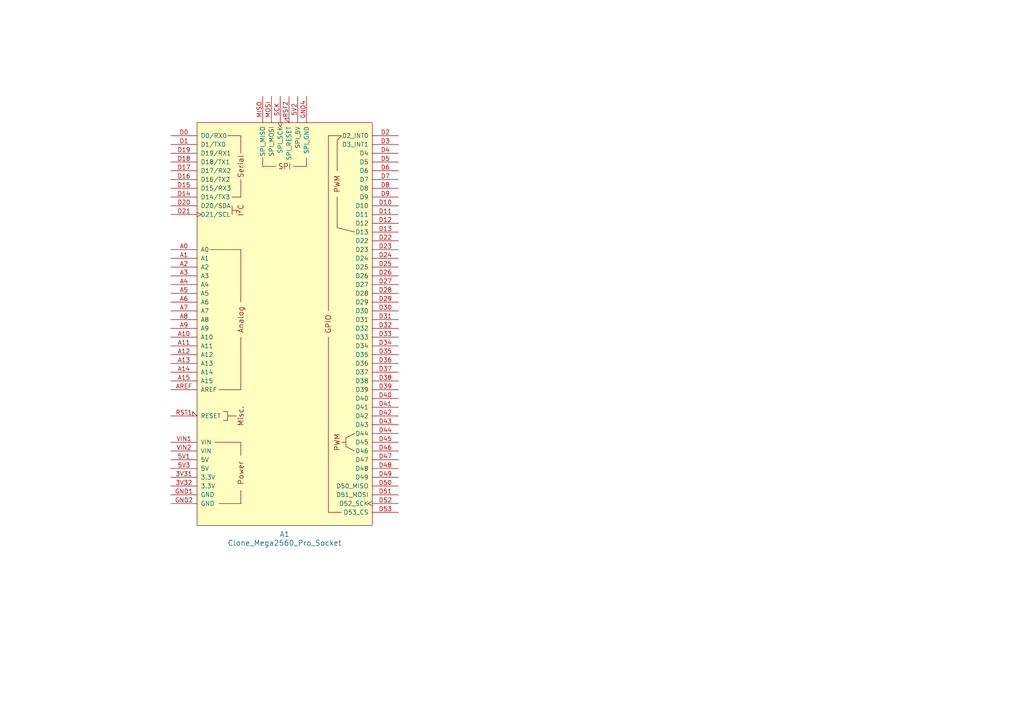
<source format=kicad_sch>
(kicad_sch (version 20250114) (generator "eeschema") (generator_version "9.0")
  (paper "A4")
  (lib_symbols
    (symbol "PCM_arduino-library:Clone_Mega2560_Pro_Socket" (pin_names (offset 1.016))
      (property "Reference" "A" (at 0 -62.23 0))
      (property "Value" "Clone_Mega2560_Pro_Socket" (at 0 -66.04 0))
      (symbol "Clone_Mega2560_Pro_Socket_0_0"
        (rectangle (start -25.4 -58.42) (end 25.4 58.42) (fill (type background)))
        (polyline (pts (xy -21.59 21.59) (xy -12.7 21.59)))
        (rectangle (start -20.32 -34.29) (end -12.7 -34.29))
        (rectangle (start -19.05 -19.05) (end -12.7 -19.05))
        (rectangle (start -19.05 -52.07) (end -12.7 -52.07))
        (rectangle (start -17.78 -25.4) (end -16.51 -25.4))
        (rectangle (start -17.78 -27.94) (end -16.51 -27.94))
        (rectangle (start -16.51 54.61) (end -12.7 54.61))
        (rectangle (start -16.51 -25.4) (end -16.51 -27.94))
        (rectangle (start -16.51 -26.67) (end -13.97 -26.67))
        (rectangle (start -15.24 36.83) (end -12.7 36.83))
        (rectangle (start -15.24 34.29) (end -15.24 31.75))
        (rectangle (start -15.24 33.02) (end -13.97 33.02))
        (rectangle (start -12.7 49.53) (end -12.7 54.61))
        (rectangle (start -12.7 41.91) (end -12.7 36.83))
        (polyline (pts (xy -12.7 6.35) (xy -12.7 21.59)))
        (polyline (pts (xy -12.7 -19.05) (xy -12.7 -3.81)))
        (rectangle (start -12.7 -34.29) (end -12.7 -38.1))
        (rectangle (start -12.7 -48.26) (end -12.7 -52.07))
        (rectangle (start -6.35 48.26) (end -6.35 45.72))
        (rectangle (start -2.54 45.72) (end -6.35 45.72))
        (rectangle (start 6.35 48.26) (end 6.35 45.72))
        (rectangle (start 6.35 45.72) (end 2.54 45.72))
        (polyline (pts (xy 12.7 54.61) (xy 16.51 54.61)))
        (polyline (pts (xy 12.7 -54.61) (xy 16.51 -54.61)))
        (polyline (pts (xy 15.24 44.45) (xy 15.24 53.34) (xy 16.51 54.61)))
        (polyline (pts (xy 15.24 36.83) (xy 15.24 27.94) (xy 20.32 26.67)))
        (polyline (pts (xy 17.78 -34.29) (xy 16.51 -34.29)))
        (polyline (pts (xy 20.32 -31.75) (xy 17.78 -33.02) (xy 17.78 -35.56) (xy 20.32 -36.83)))
        (text "Serial" (at -12.7 45.72 900) (effects (font (size 1.524 1.524))))
        (text "I²C" (at -12.7 33.02 900) (effects (font (size 1.524 1.524))))
        (text "Analog" (at -12.7 1.27 900) (effects (font (size 1.524 1.524))))
        (text "Misc." (at -12.7 -26.67 900) (effects (font (size 1.524 1.524))))
        (text "Power" (at -12.7 -43.18 900) (effects (font (size 1.524 1.524))))
        (text "SPI" (at 0 45.72 0) (effects (font (size 1.524 1.524))))
        (text "PWM" (at 15.24 40.64 900) (effects (font (size 1.524 1.524))))
        (text "PWM" (at 15.24 -34.29 900) (effects (font (size 1.524 1.524))))
      )
      (symbol "Clone_Mega2560_Pro_Socket_1_0"
        (rectangle (start 12.7 54.61) (end 12.7 3.81))
        (rectangle (start 12.7 -54.61) (end 12.7 -3.81))
        (text "GPIO" (at 12.7 0 900) (effects (font (size 1.524 1.524))))
      )
      (symbol "Clone_Mega2560_Pro_Socket_1_1"
        (pin bidirectional line (at -33.02 54.61 0) (length 7.62) (name "D0/RX0") (number "D0"))
        (pin bidirectional line (at -33.02 52.07 0) (length 7.62) (name "D1/TX0") (number "D1"))
        (pin bidirectional line (at -33.02 49.53 0) (length 7.62) (name "D19/RX1") (number "D19"))
        (pin bidirectional line (at -33.02 46.99 0) (length 7.62) (name "D18/TX1") (number "D18"))
        (pin bidirectional line (at -33.02 44.45 0) (length 7.62) (name "D17/RX2") (number "D17"))
        (pin bidirectional line (at -33.02 41.91 0) (length 7.62) (name "D16/TX2") (number "D16"))
        (pin bidirectional line (at -33.02 39.37 0) (length 7.62) (name "D15/RX3") (number "D15"))
        (pin bidirectional line (at -33.02 36.83 0) (length 7.62) (name "D14/TX3") (number "D14"))
        (pin bidirectional line (at -33.02 34.29 0) (length 7.62) (name "D20/SDA") (number "D20"))
        (pin bidirectional clock (at -33.02 31.75 0) (length 7.62) (name "D21/SCL") (number "D21"))
        (pin bidirectional line (at -33.02 21.59 0) (length 7.62) (name "A0") (number "A0"))
        (pin bidirectional line (at -33.02 19.05 0) (length 7.62) (name "A1") (number "A1"))
        (pin bidirectional line (at -33.02 16.51 0) (length 7.62) (name "A2") (number "A2"))
        (pin bidirectional line (at -33.02 13.97 0) (length 7.62) (name "A3") (number "A3"))
        (pin bidirectional line (at -33.02 11.43 0) (length 7.62) (name "A4") (number "A4"))
        (pin bidirectional line (at -33.02 8.89 0) (length 7.62) (name "A5") (number "A5"))
        (pin bidirectional line (at -33.02 6.35 0) (length 7.62) (name "A6") (number "A6"))
        (pin bidirectional line (at -33.02 3.81 0) (length 7.62) (name "A7") (number "A7"))
        (pin bidirectional line (at -33.02 1.27 0) (length 7.62) (name "A8") (number "A8"))
        (pin bidirectional line (at -33.02 -1.27 0) (length 7.62) (name "A9") (number "A9"))
        (pin bidirectional line (at -33.02 -3.81 0) (length 7.62) (name "A10") (number "A10"))
        (pin bidirectional line (at -33.02 -6.35 0) (length 7.62) (name "A11") (number "A11"))
        (pin bidirectional line (at -33.02 -8.89 0) (length 7.62) (name "A12") (number "A12"))
        (pin bidirectional line (at -33.02 -11.43 0) (length 7.62) (name "A13") (number "A13"))
        (pin bidirectional line (at -33.02 -13.97 0) (length 7.62) (name "A14") (number "A14"))
        (pin bidirectional line (at -33.02 -16.51 0) (length 7.62) (name "A15") (number "A15"))
        (pin input line (at -33.02 -19.05 0) (length 7.62) (name "AREF") (number "AREF"))
        (pin open_collector input_low (at -33.02 -26.67 0) (length 7.62) (name "RESET") (number "RST1"))
        (pin power_in line (at -33.02 -34.29 0) (length 7.62) (name "VIN") (number "VIN1"))
        (pin power_in line (at -33.02 -36.83 0) (length 7.62) (name "VIN") (number "VIN2"))
        (pin power_in line (at -33.02 -39.37 0) (length 7.62) (name "5V") (number "5V1"))
        (pin power_in line (at -33.02 -41.91 0) (length 7.62) (name "5V") (number "5V3"))
        (pin power_out line (at -33.02 -44.45 0) (length 7.62) (name "3.3V") (number "3V31"))
        (pin power_out line (at -33.02 -46.99 0) (length 7.62) (name "3.3V") (number "3V32"))
        (pin power_in line (at -33.02 -49.53 0) (length 7.62) (name "GND") (number "GND1"))
        (pin power_in line (at -33.02 -52.07 0) (length 7.62) (name "GND") (number "GND2"))
        (pin input line (at -6.35 66.04 270) (length 7.62) (name "SPI_MISO") (number "MISO"))
        (pin output line (at -3.81 66.04 270) (length 7.62) (name "SPI_MOSI") (number "MOSI"))
        (pin output clock (at -1.27 66.04 270) (length 7.62) (name "SPI_SCK") (number "SCK"))
        (pin open_collector input_low (at 1.27 66.04 270) (length 7.62) (name "SPI_RESET") (number "RST2"))
        (pin power_in line (at 3.81 66.04 270) (length 7.62) (name "SPI_5V") (number "5V2"))
        (pin power_in line (at 6.35 66.04 270) (length 7.62) (name "SPI_GND") (number "GND4"))
        (pin bidirectional line (at 33.02 54.61 180) (length 7.62) (name "D2_INT0") (number "D2"))
        (pin bidirectional line (at 33.02 52.07 180) (length 7.62) (name "D3_INT1") (number "D3"))
        (pin bidirectional line (at 33.02 49.53 180) (length 7.62) (name "D4") (number "D4"))
        (pin bidirectional line (at 33.02 46.99 180) (length 7.62) (name "D5") (number "D5"))
        (pin bidirectional line (at 33.02 44.45 180) (length 7.62) (name "D6") (number "D6"))
        (pin bidirectional line (at 33.02 41.91 180) (length 7.62) (name "D7") (number "D7"))
        (pin bidirectional line (at 33.02 39.37 180) (length 7.62) (name "D8") (number "D8"))
        (pin bidirectional line (at 33.02 36.83 180) (length 7.62) (name "D9") (number "D9"))
        (pin bidirectional line (at 33.02 34.29 180) (length 7.62) (name "D10") (number "D10"))
        (pin bidirectional line (at 33.02 31.75 180) (length 7.62) (name "D11") (number "D11"))
        (pin bidirectional line (at 33.02 29.21 180) (length 7.62) (name "D12") (number "D12"))
        (pin bidirectional line (at 33.02 26.67 180) (length 7.62) (name "D13") (number "D13"))
        (pin bidirectional line (at 33.02 24.13 180) (length 7.62) (name "D22") (number "D22"))
        (pin bidirectional line (at 33.02 21.59 180) (length 7.62) (name "D23") (number "D23"))
        (pin bidirectional line (at 33.02 19.05 180) (length 7.62) (name "D24") (number "D24"))
        (pin bidirectional line (at 33.02 16.51 180) (length 7.62) (name "D25") (number "D25"))
        (pin bidirectional line (at 33.02 13.97 180) (length 7.62) (name "D26") (number "D26"))
        (pin bidirectional line (at 33.02 11.43 180) (length 7.62) (name "D27") (number "D27"))
        (pin bidirectional line (at 33.02 8.89 180) (length 7.62) (name "D28") (number "D28"))
        (pin bidirectional line (at 33.02 6.35 180) (length 7.62) (name "D29") (number "D29"))
        (pin bidirectional line (at 33.02 3.81 180) (length 7.62) (name "D30") (number "D30"))
        (pin bidirectional line (at 33.02 1.27 180) (length 7.62) (name "D31") (number "D31"))
        (pin bidirectional line (at 33.02 -1.27 180) (length 7.62) (name "D32") (number "D32"))
        (pin bidirectional line (at 33.02 -3.81 180) (length 7.62) (name "D33") (number "D33"))
        (pin bidirectional line (at 33.02 -6.35 180) (length 7.62) (name "D34") (number "D34"))
        (pin bidirectional line (at 33.02 -8.89 180) (length 7.62) (name "D35") (number "D35"))
        (pin bidirectional line (at 33.02 -11.43 180) (length 7.62) (name "D36") (number "D36"))
        (pin bidirectional line (at 33.02 -13.97 180) (length 7.62) (name "D37") (number "D37"))
        (pin bidirectional line (at 33.02 -16.51 180) (length 7.62) (name "D38") (number "D38"))
        (pin bidirectional line (at 33.02 -19.05 180) (length 7.62) (name "D39") (number "D39"))
        (pin bidirectional line (at 33.02 -21.59 180) (length 7.62) (name "D40") (number "D40"))
        (pin bidirectional line (at 33.02 -24.13 180) (length 7.62) (name "D41") (number "D41"))
        (pin bidirectional line (at 33.02 -26.67 180) (length 7.62) (name "D42") (number "D42"))
        (pin bidirectional line (at 33.02 -29.21 180) (length 7.62) (name "D43") (number "D43"))
        (pin bidirectional line (at 33.02 -31.75 180) (length 7.62) (name "D44") (number "D44"))
        (pin bidirectional line (at 33.02 -34.29 180) (length 7.62) (name "D45") (number "D45"))
        (pin bidirectional line (at 33.02 -36.83 180) (length 7.62) (name "D46") (number "D46"))
        (pin bidirectional line (at 33.02 -39.37 180) (length 7.62) (name "D47") (number "D47"))
        (pin bidirectional line (at 33.02 -41.91 180) (length 7.62) (name "D48") (number "D48"))
        (pin bidirectional line (at 33.02 -44.45 180) (length 7.62) (name "D49") (number "D49"))
        (pin bidirectional line (at 33.02 -46.99 180) (length 7.62) (name "D50_MISO") (number "D50"))
        (pin bidirectional line (at 33.02 -49.53 180) (length 7.62) (name "D51_MOSI") (number "D51"))
        (pin bidirectional clock (at 33.02 -52.07 180) (length 7.62) (name "D52_SCK") (number "D52"))
        (pin bidirectional line (at 33.02 -54.61 180) (length 7.62) (name "D53_CS") (number "D53"))
      )
    )
  )
  (symbol (lib_id "PCM_arduino-library:Clone_Mega2560_Pro_Socket") (at 82.55 93.98 0) (unit 1)
    (property "Reference" "A1" (at 82.55 154.94 0) (effects (font (size 1.524 1.524))))
    (property "Value" "Clone_Mega2560_Pro_Socket" (at 82.55 157.48 0) (effects (font (size 1.524 1.524))))
    (property "Footprint" "PCM_arduino-library:Clone_Mega2560_Pro_Socket" (effects (hide yes)))
    (property "Datasheet" "https://www.pcboard.ca/mega-2560-pro" (effects (hide yes)))
    (property "Description" "Socket for Common Unofficial Mega2560 Pro Clone" (effects (hide yes)))
  )
)
</source>
